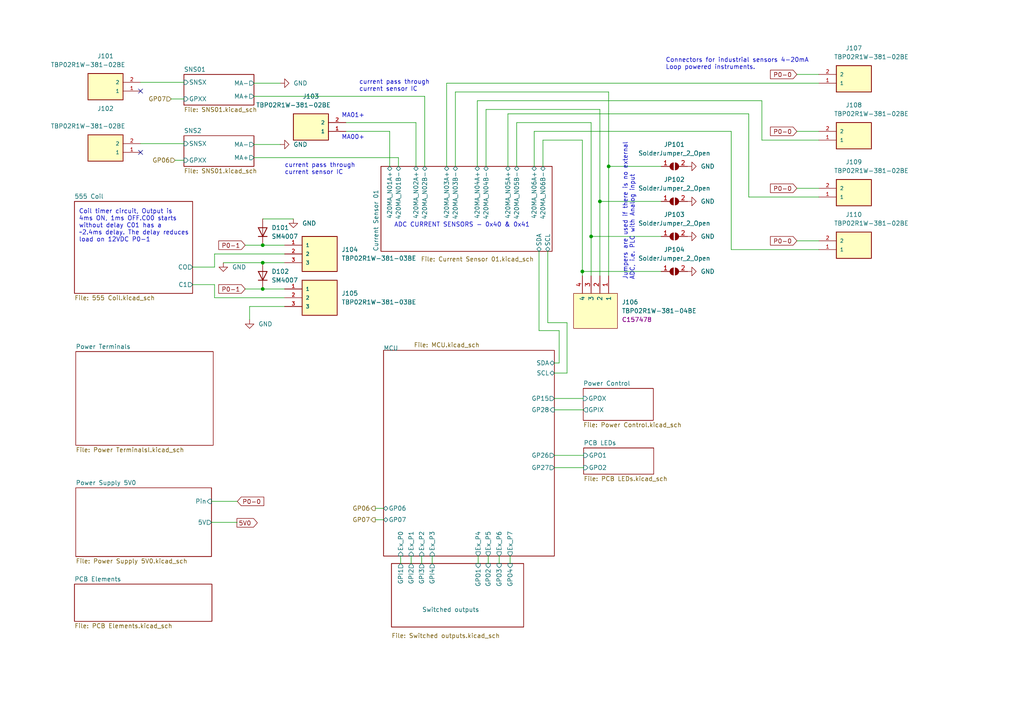
<source format=kicad_sch>
(kicad_sch (version 20211123) (generator eeschema)
  (paper "A4")
  (lib_symbols
    (symbol "Diode:SM4007" (pin_numbers hide) (pin_names (offset 1.016) hide)
      (property "Reference" "D" (at 0 2.54 0))
      (property "Value" "SM4007" (at 0 -2.54 0))
      (symbol "SM4007_0_1"
        (polyline (pts (xy -1.27 1.27) (xy -1.27 -1.27)) (stroke (width 0.254)))
        (polyline (pts (xy 1.27 0) (xy -1.27 0)))
        (polyline (pts (xy 1.27 1.27) (xy 1.27 -1.27) (xy -1.27 0) (xy 1.27 1.27)) (stroke (width 0.254)))
      )
      (symbol "SM4007_1_1"
        (pin passive line (at -3.81 0 0) (length 2.54) (name "K") (number "1"))
        (pin passive line (at 3.81 0 180) (length 2.54) (name "A") (number "2"))
      )
    )
    (symbol "Jumper:SolderJumper_2_Open" (pin_names (offset 0) hide)
      (property "Reference" "JP" (at 0 2.032 0))
      (property "Value" "SolderJumper_2_Open" (at 0 -2.54 0))
      (symbol "SolderJumper_2_Open_0_1"
        (arc (start -0.254 1.016) (mid -1.27 0) (end -0.254 -1.016))
        (arc (start -0.254 1.016) (mid -1.27 0) (end -0.254 -1.016) (fill (type outline)))
        (polyline (pts (xy -0.254 1.016) (xy -0.254 -1.016)))
        (polyline (pts (xy 0.254 1.016) (xy 0.254 -1.016)))
        (arc (start 0.254 -1.016) (mid 1.27 0) (end 0.254 1.016))
        (arc (start 0.254 -1.016) (mid 1.27 0) (end 0.254 1.016) (fill (type outline)))
      )
      (symbol "SolderJumper_2_Open_1_1"
        (pin passive line (at -3.81 0 0) (length 2.54) (name "A") (number "1"))
        (pin passive line (at 3.81 0 180) (length 2.54) (name "B") (number "2"))
      )
    )
    (symbol "PCB_Library:TBP02R1W-381-02BE" (pin_names (offset 1.016))
      (property "Reference" "J" (at -5.588 5.08 0))
      (property "Value" "TBP02R1W-381-02BE" (at -5.08 -5.08 0))
      (property "LCSC" "C507015" (at 0 0 0))
      (symbol "TBP02R1W-381-02BE_0_0"
        (rectangle (start -5.08 -2.54) (end 5.08 5.08) (stroke (width 0.254)) (fill (type background)))
        (pin passive line (at -10.16 2.54 0) (length 5.08) (name "1") (number "1"))
        (pin passive line (at -10.16 0 0) (length 5.08) (name "2") (number "2"))
      )
    )
    (symbol "PCB_Library:TBP02R1W-381-03BE" (pin_names (offset 1.016))
      (property "Reference" "J" (at -5.588 5.08 0))
      (property "Value" "TBP02R1W-381-03BE" (at -5.08 -7.62 0))
      (symbol "TBP02R1W-381-03BE_0_0"
        (rectangle (start -5.08 -5.08) (end 5.08 5.08) (stroke (width 0.254)) (fill (type background)))
        (pin passive line (at -10.16 2.54 0) (length 5.08) (name "1") (number "1"))
        (pin passive line (at -10.16 0 0) (length 5.08) (name "2") (number "2"))
        (pin passive line (at -10.16 -2.54 0) (length 5.08) (name "3") (number "3"))
      )
    )
    (symbol "PCB_Library:TBP02R1W-381-04BE" (pin_names (offset 0.762))
      (property "Reference" "J" (at 16.51 7.62 0))
      (property "Value" "TBP02R1W-381-04BE" (at 16.51 5.08 0))
      (property "LCSC" "C157478" (at 1.27 4.445 0))
      (symbol "TBP02R1W-381-04BE_0_0"
        (pin passive line (at 0 0 0) (length 5.08) (name "1") (number "1"))
        (pin passive line (at 0 -2.54 0) (length 5.08) (name "2") (number "2"))
        (pin passive line (at 0 -5.08 0) (length 5.08) (name "3") (number "3"))
        (pin passive line (at 0 -7.62 0) (length 5.08) (name "4") (number "4"))
      )
      (symbol "TBP02R1W-381-04BE_0_1"
        (polyline (pts (xy 5.08 2.54) (xy 15.24 2.54) (xy 15.24 -10.16) (xy 5.08 -10.16) (xy 5.08 2.54)) (stroke (width 0.1524)) (fill (type background)))
      )
    )
    (symbol "TBP02R1W-381-02BE_1" (pin_names (offset 1.016))
      (property "Reference" "J" (at -5.588 5.08 0))
      (property "Value" "TBP02R1W-381-02BE_1" (at -5.08 -5.08 0))
      (property "LCSC" "C507015" (at 0 0 0))
      (symbol "TBP02R1W-381-02BE_1_0_0"
        (rectangle (start -5.08 -2.54) (end 5.08 5.08) (stroke (width 0.254)) (fill (type background)))
        (pin passive line (at -10.16 2.54 0) (length 5.08) (name "1") (number "1"))
        (pin passive line (at -10.16 0 0) (length 5.08) (name "2") (number "2"))
      )
    )
    (symbol "TBP02R1W-381-02BE_2" (pin_names (offset 1.016))
      (property "Reference" "J" (at -5.588 5.08 0))
      (property "Value" "TBP02R1W-381-02BE_2" (at -5.08 -5.08 0))
      (property "LCSC" "C507015" (at 0 0 0))
      (symbol "TBP02R1W-381-02BE_2_0_0"
        (rectangle (start -5.08 -2.54) (end 5.08 5.08) (stroke (width 0.254)) (fill (type background)))
        (pin passive line (at -10.16 2.54 0) (length 5.08) (name "1") (number "1"))
        (pin passive line (at -10.16 0 0) (length 5.08) (name "2") (number "2"))
      )
    )
    (symbol "TBP02R1W-381-02BE_3" (pin_names (offset 1.016))
      (property "Reference" "J" (at -5.588 5.08 0))
      (property "Value" "TBP02R1W-381-02BE_3" (at -5.08 -5.08 0))
      (property "LCSC" "C507015" (at 0 0 0))
      (symbol "TBP02R1W-381-02BE_3_0_0"
        (rectangle (start -5.08 -2.54) (end 5.08 5.08) (stroke (width 0.254)) (fill (type background)))
        (pin passive line (at -10.16 2.54 0) (length 5.08) (name "1") (number "1"))
        (pin passive line (at -10.16 0 0) (length 5.08) (name "2") (number "2"))
      )
    )
    (symbol "TBP02R1W-381-02BE_4" (pin_names (offset 1.016))
      (property "Reference" "J" (at -5.588 5.08 0))
      (property "Value" "TBP02R1W-381-02BE_4" (at -5.08 -5.08 0))
      (property "LCSC" "C507015" (at 0 0 0))
      (symbol "TBP02R1W-381-02BE_4_0_0"
        (rectangle (start -5.08 -2.54) (end 5.08 5.08) (stroke (width 0.254)) (fill (type background)))
        (pin passive line (at -10.16 2.54 0) (length 5.08) (name "1") (number "1"))
        (pin passive line (at -10.16 0 0) (length 5.08) (name "2") (number "2"))
      )
    )
    (symbol "TBP02R1W-381-02BE_5" (pin_names (offset 1.016))
      (property "Reference" "J" (at -5.588 5.08 0))
      (property "Value" "TBP02R1W-381-02BE_5" (at -5.08 -5.08 0))
      (property "LCSC" "C507015" (at 0 0 0))
      (symbol "TBP02R1W-381-02BE_5_0_0"
        (rectangle (start -5.08 -2.54) (end 5.08 5.08) (stroke (width 0.254)) (fill (type background)))
        (pin passive line (at -10.16 2.54 0) (length 5.08) (name "1") (number "1"))
        (pin passive line (at -10.16 0 0) (length 5.08) (name "2") (number "2"))
      )
    )
    (symbol "TBP02R1W-381-02BE_6" (pin_names (offset 1.016))
      (property "Reference" "J" (at -5.588 5.08 0))
      (property "Value" "TBP02R1W-381-02BE_6" (at -5.08 -5.08 0))
      (property "LCSC" "C507015" (at 0 0 0))
      (symbol "TBP02R1W-381-02BE_6_0_0"
        (rectangle (start -5.08 -2.54) (end 5.08 5.08) (stroke (width 0.254)) (fill (type background)))
        (pin passive line (at -10.16 2.54 0) (length 5.08) (name "1") (number "1"))
        (pin passive line (at -10.16 0 0) (length 5.08) (name "2") (number "2"))
      )
    )
    (symbol "TBP02R1W-381-03BE_1" (pin_names (offset 1.016))
      (property "Reference" "J" (at -5.588 5.08 0))
      (property "Value" "TBP02R1W-381-03BE_1" (at -5.08 -7.62 0))
      (symbol "TBP02R1W-381-03BE_1_0_0"
        (rectangle (start -5.08 -5.08) (end 5.08 5.08) (stroke (width 0.254)) (fill (type background)))
        (pin passive line (at -10.16 2.54 0) (length 5.08) (name "1") (number "1"))
        (pin passive line (at -10.16 0 0) (length 5.08) (name "2") (number "2"))
        (pin passive line (at -10.16 -2.54 0) (length 5.08) (name "3") (number "3"))
      )
    )
    (symbol "power:GND" (power) (pin_names (offset 0))
      (property "Value" "GND" (at 0 -3.81 0))
      (symbol "GND_0_1"
        (polyline (pts (xy 0 0) (xy 0 -1.27) (xy 1.27 -1.27) (xy 0 -2.54) (xy -1.27 -1.27) (xy 0 -1.27)))
      )
      (symbol "GND_1_1"
        (pin power_in line (at 0 0 270) (length 0) hide (name "GND") (number "1"))
      )
    )
  )
  (junction (at 76.2 83.82))
  (junction (at 171.45 68.58))
  (junction (at 176.53 48.26))
  (junction (at 173.99 58.42))
  (junction (at 168.91 78.74))
  (junction (at 76.2 71.12))
  (junction (at 76.2 76.2))
  (no_connect (at 40.767 26.416))
  (no_connect (at 40.767 44.196))
  (wire (pts (xy 100.33 38.1) (xy 113.03 38.1)))
  (wire (pts (xy 82.55 86.36) (xy 62.23 86.36)))
  (wire (pts (xy 171.45 35.56) (xy 171.45 68.58)))
  (wire (pts (xy 72.39 88.9) (xy 72.39 92.71)))
  (wire (pts (xy 168.91 40.64) (xy 157.48 40.64)))
  (wire (pts (xy 138.684 161.29) (xy 138.684 163.449)))
  (wire (pts (xy 191.77 78.74) (xy 168.91 78.74)))
  (wire (pts (xy 164.465 93.599) (xy 164.465 108.204)))
  (wire (pts (xy 73.66 24.13) (xy 81.28 24.13)))
  (wire (pts (xy 123.19 27.94) (xy 123.19 48.26)))
  (wire (pts (xy 61.341 151.511) (xy 68.707 151.511)))
  (wire (pts (xy 231.14 54.61) (xy 237.49 54.61)))
  (wire (pts (xy 176.53 48.26) (xy 191.77 48.26)))
  (wire (pts (xy 160.782 118.872) (xy 169.164 118.872)))
  (wire (pts (xy 115.57 48.26) (xy 115.57 45.72)))
  (wire (pts (xy 62.23 82.55) (xy 55.88 82.55)))
  (wire (pts (xy 129.54 24.13) (xy 237.49 24.13)))
  (wire (pts (xy 149.86 35.56) (xy 171.45 35.56)))
  (wire (pts (xy 173.99 80.01) (xy 173.99 58.42)))
  (wire (pts (xy 144.78 161.29) (xy 144.78 163.449)))
  (wire (pts (xy 82.55 88.9) (xy 72.39 88.9)))
  (wire (pts (xy 173.99 58.42) (xy 191.77 58.42)))
  (wire (pts (xy 149.86 48.26) (xy 149.86 35.56)))
  (wire (pts (xy 113.03 38.1) (xy 113.03 48.26)))
  (wire (pts (xy 129.54 24.13) (xy 129.54 48.26)))
  (wire (pts (xy 108.839 147.447) (xy 111.252 147.447)))
  (wire (pts (xy 217.17 57.15) (xy 217.17 33.02)))
  (wire (pts (xy 76.2 76.2) (xy 82.55 76.2)))
  (wire (pts (xy 100.33 35.56) (xy 120.65 35.56)))
  (wire (pts (xy 158.877 72.898) (xy 158.877 93.599)))
  (wire (pts (xy 119.253 161.29) (xy 119.253 163.449)))
  (wire (pts (xy 212.09 38.1) (xy 212.09 72.39)))
  (wire (pts (xy 158.877 93.599) (xy 164.465 93.599)))
  (wire (pts (xy 160.782 105.283) (xy 162.179 105.283)))
  (wire (pts (xy 171.45 68.58) (xy 191.77 68.58)))
  (wire (pts (xy 160.782 115.57) (xy 169.164 115.57)))
  (wire (pts (xy 68.707 151.511) (xy 68.707 151.638)))
  (wire (pts (xy 62.23 73.66) (xy 82.55 73.66)))
  (wire (pts (xy 176.53 80.01) (xy 176.53 48.26)))
  (wire (pts (xy 73.66 41.91) (xy 81.28 41.91)))
  (wire (pts (xy 122.301 161.29) (xy 122.301 163.449)))
  (wire (pts (xy 147.32 33.02) (xy 147.32 48.26)))
  (wire (pts (xy 132.08 48.26) (xy 132.08 26.67)))
  (wire (pts (xy 108.839 150.749) (xy 111.252 150.749)))
  (wire (pts (xy 132.08 26.67) (xy 176.53 26.67)))
  (wire (pts (xy 115.57 45.72) (xy 73.66 45.72)))
  (wire (pts (xy 168.91 78.74) (xy 168.91 80.01)))
  (wire (pts (xy 138.43 48.26) (xy 138.43 29.21)))
  (wire (pts (xy 160.782 132.08) (xy 169.291 132.08)))
  (wire (pts (xy 40.767 41.656) (xy 53.34 41.656)))
  (wire (pts (xy 171.45 80.01) (xy 171.45 68.58)))
  (wire (pts (xy 55.88 77.47) (xy 62.23 77.47)))
  (wire (pts (xy 176.53 26.67) (xy 176.53 48.26)))
  (wire (pts (xy 162.179 105.283) (xy 162.179 95.885)))
  (wire (pts (xy 71.12 71.12) (xy 76.2 71.12)))
  (wire (pts (xy 156.337 95.885) (xy 156.337 72.898)))
  (wire (pts (xy 160.782 135.636) (xy 169.291 135.636)))
  (wire (pts (xy 49.657 28.702) (xy 53.34 28.702)))
  (wire (pts (xy 76.2 83.82) (xy 82.55 83.82)))
  (wire (pts (xy 231.14 38.1) (xy 237.49 38.1)))
  (wire (pts (xy 62.23 86.36) (xy 62.23 82.55)))
  (wire (pts (xy 168.91 78.74) (xy 168.91 40.64)))
  (wire (pts (xy 125.349 161.29) (xy 125.349 163.449)))
  (wire (pts (xy 120.65 35.56) (xy 120.65 48.26)))
  (wire (pts (xy 71.12 83.82) (xy 76.2 83.82)))
  (wire (pts (xy 231.14 21.59) (xy 237.49 21.59)))
  (wire (pts (xy 141.605 161.29) (xy 141.605 163.449)))
  (wire (pts (xy 237.49 57.15) (xy 217.17 57.15)))
  (wire (pts (xy 116.205 161.29) (xy 116.205 163.449)))
  (wire (pts (xy 164.465 108.204) (xy 160.782 108.204)))
  (wire (pts (xy 154.94 38.1) (xy 212.09 38.1)))
  (wire (pts (xy 147.32 33.02) (xy 217.17 33.02)))
  (wire (pts (xy 138.43 29.21) (xy 220.98 29.21)))
  (wire (pts (xy 173.99 58.42) (xy 173.99 31.75)))
  (wire (pts (xy 62.23 77.47) (xy 62.23 73.66)))
  (wire (pts (xy 73.66 27.94) (xy 123.19 27.94)))
  (wire (pts (xy 76.2 63.5) (xy 85.09 63.5)))
  (wire (pts (xy 162.179 95.885) (xy 156.337 95.885)))
  (wire (pts (xy 140.97 31.75) (xy 140.97 48.26)))
  (wire (pts (xy 147.955 161.29) (xy 147.955 163.449)))
  (wire (pts (xy 64.77 76.2) (xy 76.2 76.2)))
  (wire (pts (xy 154.94 38.1) (xy 154.94 48.26)))
  (wire (pts (xy 173.99 31.75) (xy 140.97 31.75)))
  (wire (pts (xy 61.341 145.415) (xy 68.834 145.415)))
  (wire (pts (xy 220.98 29.21) (xy 220.98 40.64)))
  (wire (pts (xy 157.48 40.64) (xy 157.48 48.26)))
  (wire (pts (xy 231.14 69.85) (xy 237.49 69.85)))
  (wire (pts (xy 76.2 71.12) (xy 82.55 71.12)))
  (wire (pts (xy 50.8 46.482) (xy 53.34 46.482)))
  (wire (pts (xy 220.98 40.64) (xy 237.49 40.64)))
  (wire (pts (xy 40.767 23.876) (xy 53.34 23.876)))
  (wire (pts (xy 212.09 72.39) (xy 237.49 72.39)))
  (text "Jumpers are used if there is no external \nADC, i.e. PLC with Analog input" (at 184.15 81.28 90) (effects (font (size 1.27 1.27)) (justify left bottom)))
  (text "Connectors for industrial sensors 4-20mA\nLoop powered instruments." (at 193.04 20.32 0) (effects (font (size 1.27 1.27)) (justify left bottom)))
  (text "MA00+" (at 99.06 40.64 0) (effects (font (size 1.27 1.27)) (justify left bottom)))
  (text "current pass through \ncurrent sensor IC" (at 82.55 50.8 0) (effects (font (size 1.27 1.27)) (justify left bottom)))
  (text "MA01+" (at 99.06 34.29 0) (effects (font (size 1.27 1.27)) (justify left bottom)))
  (text "ADC CURRENT SENSORS - 0x40 & 0x41" (at 114.3 66.04 0) (effects (font (size 1.27 1.27)) (justify left bottom)))
  (text "Coil timer circuit, Output is \n4ms ON, 1ms OFF.C00 starts \nwithout delay C01 has a \n~2.4ms delay. The delay reduces \nload on 12VDC P0-1\n\n" (at 22.86 72.39 0) (effects (font (size 1.27 1.27)) (justify left bottom)))
  (text "current pass through \ncurrent sensor IC" (at 104.14 26.67 0) (effects (font (size 1.27 1.27)) (justify left bottom)))
  (global_label "P0-0" (shape input) (at 231.14 69.85 180) (property "Intersheet References" "${INTERSHEET_REFS}" (effects hide)))
  (global_label "5V0" (shape output) (at 68.707 151.638 0) (property "Intersheet References" "${INTERSHEET_REFS}" (effects hide)))
  (global_label "P0-0" (shape input) (at 231.14 54.61 180) (property "Intersheet References" "${INTERSHEET_REFS}" (effects hide)))
  (global_label "P0-0" (shape input) (at 68.834 145.415 0) (property "Intersheet References" "${INTERSHEET_REFS}" (effects hide)))
  (global_label "P0-0" (shape input) (at 231.14 38.1 180) (property "Intersheet References" "${INTERSHEET_REFS}" (effects hide)))
  (global_label "P0-1" (shape input) (at 71.12 83.82 180) (property "Intersheet References" "${INTERSHEET_REFS}" (effects hide)))
  (global_label "P0-0" (shape input) (at 231.14 21.59 180) (property "Intersheet References" "${INTERSHEET_REFS}" (effects hide)))
  (global_label "P0-1" (shape input) (at 71.12 71.12 180) (property "Intersheet References" "${INTERSHEET_REFS}" (effects hide)))
  (hierarchical_label "GP07" (shape output) (at 108.839 150.749 180))
  (hierarchical_label "GP06" (shape output) (at 108.839 147.447 180))
  (hierarchical_label "GP07" (shape input) (at 49.657 28.702 180))
  (hierarchical_label "GP06" (shape input) (at 50.8 46.482 180))
  (symbol (lib_name "TBP02R1W-381-02BE_1") (lib_id "PCB_Library:TBP02R1W-381-02BE") (at 30.607 23.876 180) (unit 1)
    (property "Reference" "J101" (at 30.607 16.256 0))
    (property "Value" "TBP02R1W-381-02BE" (at 25.527 18.796 0))
    (property "Footprint" "PCB_Library:15EDGVM-3.81-02P-14-00A(H)" (effects hide))
    (property "Datasheet" "https://datasheet.lcsc.com/lcsc/2004011035_DEGSON-15EDGVM-3-81-02P-14-00A-H_C507020.pdf" (effects hide))
    (property "STANDARD" "Manufacturer Recommendations" (effects hide))
    (property "MANUFACTURER" "CUI" (effects hide))
    (property "LCSC" "C507015" (effects hide))
  )
  (symbol (lib_id "power:GND") (at 199.39 68.58 90) (unit 1)
    (property "Reference" "#PWR0108" (effects hide))
    (property "Value" "GND" (at 203.2 68.5799 90) (effects (justify right)))
  )
  (symbol (lib_id "power:GND") (at 81.28 41.91 90) (unit 1)
    (property "Reference" "#PWR0104" (effects hide))
    (property "Value" "GND" (at 85.09 41.9099 90) (effects (justify right)))
  )
  (symbol (lib_id "Jumper:SolderJumper_2_Open") (at 195.58 68.58 0) (unit 1)
    (property "Reference" "JP103" (at 195.58 62.23 0))
    (property "Value" "SolderJumper_2_Open" (at 195.58 64.77 0))
    (property "Footprint" "Footprints:SolderJumper-2_P1.3mm_Open_RoundedPad1.0x1.5mm" (effects hide))
  )
  (symbol (lib_name "TBP02R1W-381-02BE_4") (lib_id "PCB_Library:TBP02R1W-381-02BE") (at 247.65 21.59 0) (mirror x) (unit 1)
    (property "Reference" "J107" (at 247.65 13.97 0))
    (property "Value" "TBP02R1W-381-02BE" (at 252.73 16.51 0))
    (property "Footprint" "PCB_Library:15EDGVM-3.81-02P-14-00A(H)" (effects hide))
    (property "Datasheet" "https://datasheet.lcsc.com/lcsc/2004011035_DEGSON-15EDGVM-3-81-02P-14-00A-H_C507020.pdf" (effects hide))
    (property "STANDARD" "Manufacturer Recommendations" (effects hide))
    (property "MANUFACTURER" "CUI" (effects hide))
    (property "LCSC" "C507015" (effects hide))
  )
  (symbol (lib_id "PCB_Library:TBP02R1W-381-03BE") (at 92.71 86.36 0) (unit 1)
    (property "Reference" "J105" (at 99.06 85.0899 0) (effects (justify left)))
    (property "Value" "TBP02R1W-381-03BE" (at 99.06 87.6299 0) (effects (justify left)))
    (property "Footprint" "PCB_Library:15EDGVM-3.81-03P-14-00A(H)" (effects hide))
    (property "Datasheet" "https://datasheet.lcsc.com/lcsc/1912251710_Ningbo-Kangnex-Elec-WJ15EDGVM-3-81-3P_C106870.pdf" (effects hide))
    (property "STANDARD" "Manufacturer Recommendations" (effects hide))
    (property "MANUFACTURER" "DEGSON" (effects hide))
    (property "LCSC" "C528717" (effects hide))
  )
  (symbol (lib_id "PCB_Library:TBP02R1W-381-04BE") (at 176.53 80.01 270) (unit 1)
    (property "Reference" "J106" (at 180.34 87.6299 90) (effects (justify left)))
    (property "Value" "TBP02R1W-381-04BE" (at 180.34 90.1699 90) (effects (justify left)))
    (property "Footprint" "Library:CUI_TBP02R1W-381-04GR-UPDATE" (effects hide))
    (property "Datasheet" "https://www.cui.com/product/resource/tbp02r1w-381.pdf" (effects hide))
    (property "Description" "Position Terminal Block Header, Male Pins, Shrouded (4 Side) 0.150\" (3.81mm) 90, Right Angle Through Hole" (effects hide))
    (property "Height" "7.2" (effects hide))
    (property "Manufacturer_Name" "CUI Inc." (effects hide))
    (property "Manufacturer_Part_Number" "TBP02R1W-381-04BE" (effects hide))
    (property "LCSC" "C157478" (at 180.34 92.7099 90) (effects (justify left)))
  )
  (symbol (lib_id "Jumper:SolderJumper_2_Open") (at 195.58 48.26 0) (unit 1)
    (property "Reference" "JP101" (at 195.58 41.91 0))
    (property "Value" "SolderJumper_2_Open" (at 195.58 44.45 0))
    (property "Footprint" "Footprints:SolderJumper-2_P1.3mm_Open_RoundedPad1.0x1.5mm" (effects hide))
  )
  (symbol (lib_id "power:GND") (at 85.09 63.5 0) (unit 1)
    (property "Reference" "#PWR0105" (effects hide))
    (property "Value" "GND" (at 87.63 64.7699 0) (effects (justify left)))
  )
  (symbol (lib_name "TBP02R1W-381-02BE_5") (lib_id "PCB_Library:TBP02R1W-381-02BE") (at 247.65 69.85 0) (mirror x) (unit 1)
    (property "Reference" "J110" (at 247.65 62.23 0))
    (property "Value" "TBP02R1W-381-02BE" (at 252.73 64.77 0))
    (property "Footprint" "PCB_Library:15EDGVM-3.81-02P-14-00A(H)" (effects hide))
    (property "Datasheet" "https://datasheet.lcsc.com/lcsc/2004011035_DEGSON-15EDGVM-3-81-02P-14-00A-H_C507020.pdf" (effects hide))
    (property "STANDARD" "Manufacturer Recommendations" (effects hide))
    (property "MANUFACTURER" "CUI" (effects hide))
    (property "LCSC" "C507015" (effects hide))
  )
  (symbol (lib_id "Diode:SM4007") (at 76.2 80.01 90) (unit 1)
    (property "Reference" "D102" (at 78.74 78.7399 90) (effects (justify right)))
    (property "Value" "SM4007" (at 78.74 81.2799 90) (effects (justify right)))
    (property "Footprint" "Diode_SMD:D_MELF" (effects hide))
    (property "Datasheet" "http://cdn-reichelt.de/documents/datenblatt/A400/SMD1N400%23DIO.pdf" (effects hide))
    (property "LCSC" "C64898" (effects hide))
  )
  (symbol (lib_name "TBP02R1W-381-02BE_6") (lib_id "PCB_Library:TBP02R1W-381-02BE") (at 247.65 54.61 0) (mirror x) (unit 1)
    (property "Reference" "J109" (at 247.65 46.99 0))
    (property "Value" "TBP02R1W-381-02BE" (at 252.73 49.53 0))
    (property "Footprint" "PCB_Library:15EDGVM-3.81-02P-14-00A(H)" (effects hide))
    (property "Datasheet" "https://datasheet.lcsc.com/lcsc/2004011035_DEGSON-15EDGVM-3-81-02P-14-00A-H_C507020.pdf" (effects hide))
    (property "STANDARD" "Manufacturer Recommendations" (effects hide))
    (property "MANUFACTURER" "CUI" (effects hide))
    (property "LCSC" "C507015" (effects hide))
  )
  (symbol (lib_id "Jumper:SolderJumper_2_Open") (at 195.58 78.74 0) (unit 1)
    (property "Reference" "JP104" (at 195.58 72.39 0))
    (property "Value" "SolderJumper_2_Open" (at 195.58 74.93 0))
    (property "Footprint" "Footprints:SolderJumper-2_P1.3mm_Open_RoundedPad1.0x1.5mm" (effects hide))
  )
  (symbol (lib_name "TBP02R1W-381-02BE_2") (lib_id "PCB_Library:TBP02R1W-381-02BE") (at 30.607 41.656 180) (unit 1)
    (property "Reference" "J102" (at 30.607 31.496 0))
    (property "Value" "TBP02R1W-381-02BE" (at 25.527 36.576 0))
    (property "Footprint" "PCB_Library:15EDGVM-3.81-02P-14-00A(H)" (effects hide))
    (property "Datasheet" "https://datasheet.lcsc.com/lcsc/2004011035_DEGSON-15EDGVM-3-81-02P-14-00A-H_C507020.pdf" (effects hide))
    (property "STANDARD" "Manufacturer Recommendations" (effects hide))
    (property "MANUFACTURER" "CUI" (effects hide))
    (property "LCSC" "C507015" (effects hide))
  )
  (symbol (lib_id "power:GND") (at 199.39 48.26 90) (unit 1)
    (property "Reference" "#PWR0106" (effects hide))
    (property "Value" "GND" (at 203.2 48.2599 90) (effects (justify right)))
  )
  (symbol (lib_name "TBP02R1W-381-03BE_1") (lib_id "PCB_Library:TBP02R1W-381-03BE") (at 92.71 73.66 0) (unit 1)
    (property "Reference" "J104" (at 99.06 72.3899 0) (effects (justify left)))
    (property "Value" "TBP02R1W-381-03BE" (at 99.06 74.9299 0) (effects (justify left)))
    (property "Footprint" "PCB_Library:15EDGVM-3.81-03P-14-00A(H)" (effects hide))
    (property "Datasheet" "https://datasheet.lcsc.com/lcsc/1912251710_Ningbo-Kangnex-Elec-WJ15EDGVM-3-81-3P_C106870.pdf" (effects hide))
    (property "STANDARD" "Manufacturer Recommendations" (effects hide))
    (property "MANUFACTURER" "CUI" (effects hide))
    (property "LCSC" "C528717" (effects hide))
  )
  (symbol (lib_id "power:GND") (at 199.39 78.74 90) (unit 1)
    (property "Reference" "#PWR0109" (effects hide))
    (property "Value" "GND" (at 203.2 78.7399 90) (effects (justify right)))
  )
  (symbol (lib_id "power:GND") (at 64.77 76.2 0) (unit 1)
    (property "Reference" "#PWR0101" (effects hide))
    (property "Value" "GND" (at 67.31 77.4699 0) (effects (justify left)))
  )
  (symbol (lib_id "Jumper:SolderJumper_2_Open") (at 195.58 58.42 0) (unit 1)
    (property "Reference" "JP102" (at 195.58 52.07 0))
    (property "Value" "SolderJumper_2_Open" (at 195.58 54.61 0))
    (property "Footprint" "Footprints:SolderJumper-2_P1.3mm_Open_RoundedPad1.0x1.5mm" (effects hide))
  )
  (symbol (lib_id "power:GND") (at 81.28 24.13 90) (unit 1)
    (property "Reference" "#PWR0103" (effects hide))
    (property "Value" "GND" (at 85.09 24.1299 90) (effects (justify right)))
  )
  (symbol (lib_id "Diode:SM4007") (at 76.2 67.31 90) (unit 1)
    (property "Reference" "D101" (at 78.74 66.0399 90) (effects (justify right)))
    (property "Value" "SM4007" (at 78.74 68.5799 90) (effects (justify right)))
    (property "Footprint" "Diode_SMD:D_MELF" (effects hide))
    (property "Datasheet" "http://cdn-reichelt.de/documents/datenblatt/A400/SMD1N400%23DIO.pdf" (effects hide))
    (property "LCSC" "C64898" (effects hide))
  )
  (symbol (lib_name "TBP02R1W-381-02BE_3") (lib_id "PCB_Library:TBP02R1W-381-02BE") (at 90.17 35.56 180) (unit 1)
    (property "Reference" "J103" (at 90.17 27.94 0))
    (property "Value" "TBP02R1W-381-02BE" (at 85.09 30.48 0))
    (property "Footprint" "PCB_Library:15EDGVM-3.81-02P-14-00A(H)" (effects hide))
    (property "Datasheet" "https://datasheet.lcsc.com/lcsc/2004011035_DEGSON-15EDGVM-3-81-02P-14-00A-H_C507020.pdf" (effects hide))
    (property "STANDARD" "Manufacturer Recommendations" (effects hide))
    (property "MANUFACTURER" "CUI" (effects hide))
    (property "LCSC" "C507015" (effects hide))
  )
  (symbol (lib_id "power:GND") (at 199.39 58.42 90) (unit 1)
    (property "Reference" "#PWR0107" (effects hide))
    (property "Value" "GND" (at 203.2 58.4199 90) (effects (justify right)))
  )
  (symbol (lib_id "PCB_Library:TBP02R1W-381-02BE") (at 247.65 38.1 0) (mirror x) (unit 1)
    (property "Reference" "J108" (at 247.65 30.48 0))
    (property "Value" "TBP02R1W-381-02BE" (at 252.73 33.02 0))
    (property "Footprint" "PCB_Library:15EDGVM-3.81-02P-14-00A(H)" (effects hide))
    (property "Datasheet" "https://datasheet.lcsc.com/lcsc/2004011035_DEGSON-15EDGVM-3-81-02P-14-00A-H_C507020.pdf" (effects hide))
    (property "STANDARD" "Manufacturer Recommendations" (effects hide))
    (property "MANUFACTURER" "CUI" (effects hide))
    (property "LCSC" "C507015" (effects hide))
  )
  (symbol (lib_id "power:GND") (at 72.39 92.71 0) (unit 1)
    (property "Reference" "#PWR0102" (effects hide))
    (property "Value" "GND" (at 74.93 93.9799 0) (effects (justify left)))
  )
  (sheet (at 21.971 141.478) (size 39.37 19.939) (stroke (width 0.1524))
    (property "Sheet name" "Power Supply 5V0" (at 21.971 140.7664 0) (effects (justify left bottom)))
    (property "Sheet file" "Power Supply 5V0.kicad_sch" (at 21.971 162.0016 0) (effects (justify left top)))
    (pin "Pin" input (at 61.341 145.415 0))
    (pin "5V" output (at 61.341 151.511 0))
  )
  (sheet (at 113.538 163.449) (size 38.354 18.415) (stroke (width 0.1524))
    (property "Sheet name" "Switched outputs" (at 122.428 177.546 0) (effects (justify left bottom)))
    (property "Sheet file" "Switched outputs.kicad_sch" (at 113.538 183.642 0) (effects (justify left top)))
    (pin "GPO3" input (at 144.78 163.449 90))
    (pin "GPI3" output (at 122.301 163.449 90))
    (pin "GPI4" output (at 125.349 163.449 90))
    (pin "GPO4" input (at 147.955 163.449 90))
    (pin "GPO2" input (at 141.605 163.449 90))
    (pin "GPI2" output (at 119.253 163.449 90))
    (pin "GPI1" output (at 116.205 163.449 90))
    (pin "GPO1" input (at 138.684 163.449 90))
  )
  (sheet (at 169.164 112.649) (size 20.32 9.271) (stroke (width 0.1524))
    (property "Sheet name" "Power Control" (at 169.164 111.9374 0) (effects (justify left bottom)))
    (property "Sheet file" "Power Control.kicad_sch" (at 169.164 122.5046 0) (effects (justify left top)))
    (pin "GPIX" output (at 169.164 118.872 180))
    (pin "GPOX" input (at 169.164 115.57 180))
  )
  (sheet (at 21.59 169.418) (size 39.878 10.795) (stroke (width 0.1524))
    (property "Sheet name" "PCB Elements" (at 21.59 168.7064 0) (effects (justify left bottom)))
    (property "Sheet file" "PCB Elements.kicad_sch" (at 21.59 180.7976 0) (effects (justify left top)))
  )
  (sheet (at 169.291 129.921) (size 20.32 7.62) (stroke (width 0.1524))
    (property "Sheet name" "PCB LEDs" (at 169.291 129.2094 0) (effects (justify left bottom)))
    (property "Sheet file" "PCB LEDs.kicad_sch" (at 169.291 138.1256 0) (effects (justify left top)))
    (pin "GPO2" input (at 169.291 135.636 180))
    (pin "GPO1" input (at 169.291 132.08 180))
  )
  (sheet (at 111.252 101.6) (size 49.53 59.69) (stroke (width 0.1524))
    (property "Sheet name" "MCU" (at 111.252 101.727 0) (effects (justify left bottom)))
    (property "Sheet file" "MCU.kicad_sch" (at 120.015 99.314 0) (effects (justify left top)))
    (pin "SDA" bidirectional (at 160.782 105.283 0))
    (pin "SCL" bidirectional (at 160.782 108.204 0))
    (pin "GP06" bidirectional (at 111.252 147.447 180))
    (pin "GP07" bidirectional (at 111.252 150.749 180))
    (pin "GP28" input (at 160.782 118.872 0))
    (pin "GP15" output (at 160.782 115.57 0))
    (pin "GP26" output (at 160.782 132.08 0))
    (pin "GP27" output (at 160.782 135.636 0))
    (pin "Ex_P0" input (at 116.205 161.29 270))
    (pin "Ex_P1" input (at 119.253 161.29 270))
    (pin "Ex_P2" input (at 122.301 161.29 270))
    (pin "Ex_P3" input (at 125.349 161.29 270))
    (pin "Ex_P4" output (at 138.684 161.29 270))
    (pin "Ex_P5" output (at 141.605 161.29 270))
    (pin "Ex_P6" output (at 144.78 161.29 270))
    (pin "Ex_P7" output (at 147.955 161.29 270))
  )
  (sheet (at 21.59 58.42) (size 34.29 26.67) (stroke (width 0.1524))
    (property "Sheet name" "555 Coil" (at 21.59 57.7084 0) (effects (justify left bottom)))
    (property "Sheet file" "555 Coil.kicad_sch" (at 21.59 85.6746 0) (effects (justify left top)))
    (pin "CO" output (at 55.88 77.47 0))
    (pin "C1" output (at 55.88 82.55 0))
  )
  (sheet (at 110.49 48.26) (size 49.657 24.638) (stroke (width 0.1524))
    (property "Sheet name" "Current Sensor 01" (at 109.7784 72.898 90) (effects (justify left bottom)))
    (property "Sheet file" "Current Sensor 01.kicad_sch" (at 122.047 74.422 0) (effects (justify left top)))
    (pin "420MA_N03A+" bidirectional (at 129.54 48.26 90))
    (pin "420MA_N03B-" bidirectional (at 132.08 48.26 90))
    (pin "420MA_N04A+" bidirectional (at 138.43 48.26 90))
    (pin "420MA_N04B-" bidirectional (at 140.97 48.26 90))
    (pin "420MA_N01A+" bidirectional (at 113.03 48.26 90))
    (pin "420MA_N01B-" bidirectional (at 115.57 48.26 90))
    (pin "420MA_N02B-" bidirectional (at 123.19 48.26 90))
    (pin "420MA_N02A+" bidirectional (at 120.65 48.26 90))
    (pin "420MA_N05A+" bidirectional (at 147.32 48.26 90))
    (pin "420MA_N05B-" bidirectional (at 149.86 48.26 90))
    (pin "420MA_N06B-" bidirectional (at 157.48 48.26 90))
    (pin "420MA_N06A+" bidirectional (at 154.94 48.26 90))
    (pin "SCL" bidirectional (at 158.877 72.898 270))
    (pin "SDA" bidirectional (at 156.337 72.898 270))
  )
  (sheet (at 21.971 101.981) (size 39.878 27.178) (stroke (width 0.1524))
    (property "Sheet name" "Power Terminals" (at 21.971 101.2694 0) (effects (justify left bottom)))
    (property "Sheet file" "Power Terminalsl.kicad_sch" (at 21.971 129.7436 0) (effects (justify left top)))
  )
  (sheet (at 53.34 21.59) (size 20.32 8.89) (stroke (width 0.1524))
    (property "Sheet name" "SNS01" (at 53.34 20.8784 0) (effects (justify left bottom)))
    (property "Sheet file" "SNS01.kicad_sch" (at 53.34 31.0646 0) (effects (justify left top)))
    (pin "MA-" output (at 73.66 24.13 0))
    (pin "MA+" output (at 73.66 27.94 0))
    (pin "GPXX" input (at 53.34 28.702 180))
    (pin "SNSX" input (at 53.34 23.876 180))
  )
  (sheet (at 53.34 39.37) (size 20.32 8.89) (stroke (width 0.1524))
    (property "Sheet name" "SNS2" (at 53.34 38.6584 0) (effects (justify left bottom)))
    (property "Sheet file" "SNS01.kicad_sch" (at 53.34 48.8446 0) (effects (justify left top)))
    (pin "MA-" output (at 73.66 41.91 0))
    (pin "MA+" output (at 73.66 45.72 0))
    (pin "GPXX" input (at 53.34 46.482 180))
    (pin "SNSX" input (at 53.34 41.656 180))
  )
)
</source>
